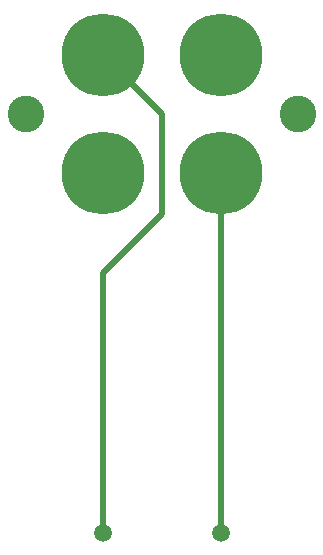
<source format=gbr>
G04 (created by PCBNEW (2013-may-18)-stable) date Вт 27 окт 2015 03:11:57*
%MOIN*%
G04 Gerber Fmt 3.4, Leading zero omitted, Abs format*
%FSLAX34Y34*%
G01*
G70*
G90*
G04 APERTURE LIST*
%ADD10C,0.00393701*%
%ADD11C,0.275591*%
%ADD12C,0.122047*%
%ADD13C,0.0590551*%
%ADD14C,0.019685*%
G04 APERTURE END LIST*
G54D10*
G54D11*
X9645Y-8267D03*
X13582Y-8267D03*
X9645Y-12204D03*
X13582Y-12204D03*
G54D12*
X7086Y-10236D03*
X16141Y-10236D03*
G54D13*
X9645Y-24212D03*
X13582Y-24212D03*
G54D14*
X11614Y-10236D02*
X9645Y-8267D01*
X11614Y-13582D02*
X11614Y-10236D01*
X9645Y-15551D02*
X11614Y-13582D01*
X9645Y-24212D02*
X9645Y-15551D01*
X13582Y-24212D02*
X13582Y-12204D01*
M02*

</source>
